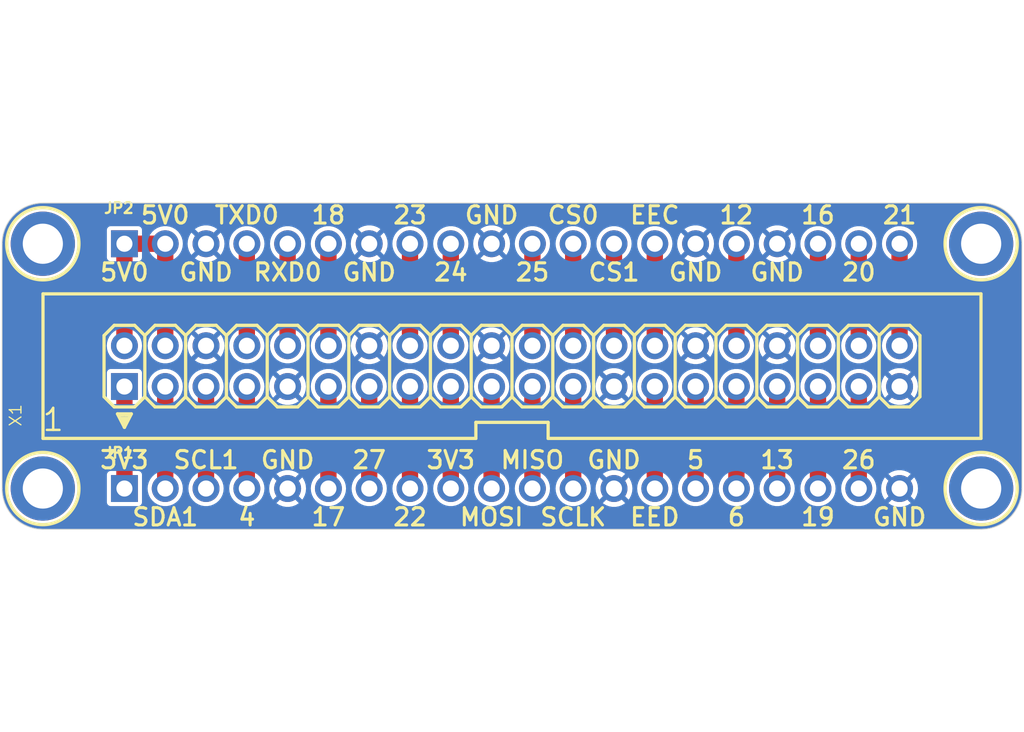
<source format=kicad_pcb>
(kicad_pcb (version 20221018) (generator pcbnew)
  (layers (0 "F.Cu" signal) (31 "B.Cu" signal) (34 "B.Paste" user) (35 "F.Paste" user) (36 "B.SilkS" user "B.Silkscreen") (37 "F.SilkS" user "F.Silkscreen") (38 "B.Mask" user) (39 "F.Mask" user) (44 "Edge.Cuts" user))
  (net 0 "")
  (net 1 "N$1")
  (net 2 "N$4")
  (net 3 "N$5")
  (net 4 "N$6")
  (net 5 "N$8")
  (net 6 "N$9")
  (net 7 "N$11")
  (net 8 "N$12")
  (net 9 "N$13")
  (net 10 "N$14")
  (net 11 "N$16")
  (net 12 "N$18")
  (net 13 "N$19")
  (net 14 "N$20")
  (net 15 "N$21")
  (net 16 "N$22")
  (net 17 "N$23")
  (net 18 "N$24")
  (net 19 "N$26")
  (net 20 "N$27")
  (net 21 "N$28")
  (net 22 "N$29")
  (net 23 "N$30")
  (net 24 "N$31")
  (net 25 "N$32")
  (net 26 "N$34")
  (net 27 "N$35")
  (net 28 "N$36")
  (net 29 "N$37")
  (net 30 "N$38")
  (net 31 "N$39")
  (net 32 "GND")
  (footprint "working:1X20_ROUND" (layer "F.Cu") (at 148.5011 112.6236)
    (fp_text reference "JP1" (at -25.4762 -1.8288) (layer "F.SilkS") (effects (font (size 0.666496 0.666496) (thickness 0.146304)) (justify left bottom)))
    (fp_text value "")
    (pad "1" thru_hole rect (at -24.13 0 90) (size 1.6764 1.6764) (drill 1) (layers "*.Cu" "*.Mask") (net 15 "N$21"))
    (pad "2" thru_hole circle (at -21.59 0 90) (size 1.6764 1.6764) (drill 1) (layers "*.Cu" "*.Mask") (net 16 "N$22"))
    (pad "3" thru_hole circle (at -19.05 0 90) (size 1.6764 1.6764) (drill 1) (layers "*.Cu" "*.Mask") (net 17 "N$23"))
    (pad "4" thru_hole circle (at -16.51 0 90) (size 1.6764 1.6764) (drill 1) (layers "*.Cu" "*.Mask") (net 18 "N$24"))
    (pad "5" thru_hole circle (at -13.97 0 90) (size 1.6764 1.6764) (drill 1) (layers "*.Cu" "*.Mask") (net 32 "GND"))
    (pad "6" thru_hole circle (at -11.43 0 90) (size 1.6764 1.6764) (drill 1) (layers "*.Cu" "*.Mask") (net 19 "N$26"))
    (pad "7" thru_hole circle (at -8.89 0 90) (size 1.6764 1.6764) (drill 1) (layers "*.Cu" "*.Mask") (net 20 "N$27"))
    (pad "8" thru_hole circle (at -6.35 0 90) (size 1.6764 1.6764) (drill 1) (layers "*.Cu" "*.Mask") (net 21 "N$28"))
    (pad "9" thru_hole circle (at -3.81 0 90) (size 1.6764 1.6764) (drill 1) (layers "*.Cu" "*.Mask") (net 22 "N$29"))
    (pad "10" thru_hole circle (at -1.27 0 90) (size 1.6764 1.6764) (drill 1) (layers "*.Cu" "*.Mask") (net 23 "N$30"))
    (pad "11" thru_hole circle (at 1.27 0 90) (size 1.6764 1.6764) (drill 1) (layers "*.Cu" "*.Mask") (net 24 "N$31"))
    (pad "12" thru_hole circle (at 3.81 0 90) (size 1.6764 1.6764) (drill 1) (layers "*.Cu" "*.Mask") (net 25 "N$32"))
    (pad "13" thru_hole circle (at 6.35 0 90) (size 1.6764 1.6764) (drill 1) (layers "*.Cu" "*.Mask") (net 32 "GND"))
    (pad "14" thru_hole circle (at 8.89 0 90) (size 1.6764 1.6764) (drill 1) (layers "*.Cu" "*.Mask") (net 26 "N$34"))
    (pad "15" thru_hole circle (at 11.43 0 90) (size 1.6764 1.6764) (drill 1) (layers "*.Cu" "*.Mask") (net 27 "N$35"))
    (pad "16" thru_hole circle (at 13.97 0 90) (size 1.6764 1.6764) (drill 1) (layers "*.Cu" "*.Mask") (net 28 "N$36"))
    (pad "17" thru_hole circle (at 16.51 0 90) (size 1.6764 1.6764) (drill 1) (layers "*.Cu" "*.Mask") (net 29 "N$37"))
    (pad "18" thru_hole circle (at 19.05 0 90) (size 1.6764 1.6764) (drill 1) (layers "*.Cu" "*.Mask") (net 30 "N$38"))
    (pad "19" thru_hole circle (at 21.59 0 90) (size 1.6764 1.6764) (drill 1) (layers "*.Cu" "*.Mask") (net 31 "N$39"))
    (pad "20" thru_hole circle (at 24.13 0 90) (size 1.6764 1.6764) (drill 1) (layers "*.Cu" "*.Mask") (net 32 "GND"))
  )
  (footprint "working:MOUNTINGHOLE_2.5_PLATED_THICK" (layer "F.Cu") (at 119.2911 112.6236)
    (fp_text reference "U$3" hide)
    (fp_text value "MOUNTINGHOLE2.5_THICK" hide)
    (fp_circle (center 0 0) (end 2.25 0) (stroke (width 0.2032)) (fill none) (layer "F.SilkS"))
    (pad "P$1" thru_hole circle (at 0 0) (size 4 4) (drill 2.5) (layers "*.Cu" "*.Mask"))
    (zone (net 0) (net_name "") (layer "B.Cu") (connect_pads (clearance 0)) (min_thickness 0.25)
      (keepout (tracks not_allowed) (vias not_allowed) (pads not_allowed) (copperpour not_allowed) (footprints allowed))
      (fill (thermal_gap 0.5) (thermal_bridge_width 0.5))
      (polygon (pts (xy 121.5571 112.6236) (xy 121.536882 112.321572) (xy 121.476587 112.024933) (xy 121.377293 111.738978) (xy 121.24077 111.468809) (xy 121.069455 111.219247) (xy 120.866406 110.994746) (xy 120.635245 110.799311) (xy 120.380098 110.636431) (xy 120.105518 110.509013) (xy 119.816404 110.419329) (xy 119.517917 110.36898) (xy 119.215382 110.358865) (xy 118.914198 110.389165) (xy 118.61974 110.459338) (xy 118.337262 110.568132) (xy 118.071805 110.713606) (xy 117.828107 110.893164) (xy 117.610516 111.103602) (xy 117.422915 111.341164) (xy 117.268652 111.601611) (xy 117.15048 111.880296) (xy 117.070507 112.172245) (xy 117.03016 112.472248) (xy 117.03016 112.774952) (xy 117.070507 113.074955) (xy 117.15048 113.366904) (xy 117.268652 113.645589) (xy 117.422915 113.906036) (xy 117.610516 114.143598) (xy 117.828107 114.354036) (xy 118.071805 114.533594) (xy 118.337262 114.679068) (xy 118.61974 114.787862) (xy 118.914198 114.858035) (xy 119.215382 114.888335) (xy 119.517917 114.87822) (xy 119.816404 114.827871) (xy 120.105518 114.738187) (xy 120.380098 114.610769) (xy 120.635245 114.447889) (xy 120.866406 114.252454) (xy 121.069455 114.027953) (xy 121.24077 113.778391) (xy 121.377293 113.508222) (xy 121.476587 113.222267) (xy 121.536882 112.925628)))
      (polygon (pts (xy 119.5251 112.6236) (xy 119.50487 112.528424) (xy 119.447677 112.449704) (xy 119.36341 112.401053) (xy 119.26664 112.390882) (xy 119.1741 112.42095) (xy 119.10179 112.486058) (xy 119.062213 112.574949) (xy 119.062213 112.672251) (xy 119.10179 112.761142) (xy 119.1741 112.82625) (xy 119.26664 112.856318) (xy 119.36341 112.846147) (xy 119.447677 112.797496) (xy 119.50487 112.718776)))
    )
  )
  (footprint "working:MOUNTINGHOLE_2.5_PLATED_THICK" (layer "F.Cu") (at 119.2911 97.3836)
    (fp_text reference "U$1" hide)
    (fp_text value "MOUNTINGHOLE2.5_THICK" hide)
    (fp_circle (center 0 0) (end 2.25 0) (stroke (width 0.2032)) (fill none) (layer "F.SilkS"))
    (pad "P$1" thru_hole circle (at 0 0) (size 4 4) (drill 2.5) (layers "*.Cu" "*.Mask"))
    (zone (net 0) (net_name "") (layer "B.Cu") (connect_pads (clearance 0)) (min_thickness 0.25)
      (keepout (tracks not_allowed) (vias not_allowed) (pads not_allowed) (copperpour not_allowed) (footprints allowed))
      (fill (thermal_gap 0.5) (thermal_bridge_width 0.5))
      (polygon (pts (xy 121.5571 97.3836) (xy 121.536882 97.081572) (xy 121.476587 96.784933) (xy 121.377293 96.498978) (xy 121.24077 96.228809) (xy 121.069455 95.979247) (xy 120.866406 95.754746) (xy 120.635245 95.559311) (xy 120.380098 95.396431) (xy 120.105518 95.269013) (xy 119.816404 95.179329) (xy 119.517917 95.12898) (xy 119.215382 95.118865) (xy 118.914198 95.149165) (xy 118.61974 95.219338) (xy 118.337262 95.328132) (xy 118.071805 95.473606) (xy 117.828107 95.653164) (xy 117.610516 95.863602) (xy 117.422915 96.101164) (xy 117.268652 96.361611) (xy 117.15048 96.640296) (xy 117.070507 96.932245) (xy 117.03016 97.232248) (xy 117.03016 97.534952) (xy 117.070507 97.834955) (xy 117.15048 98.126904) (xy 117.268652 98.405589) (xy 117.422915 98.666036) (xy 117.610516 98.903598) (xy 117.828107 99.114036) (xy 118.071805 99.293594) (xy 118.337262 99.439068) (xy 118.61974 99.547862) (xy 118.914198 99.618035) (xy 119.215382 99.648335) (xy 119.517917 99.63822) (xy 119.816404 99.587871) (xy 120.105518 99.498187) (xy 120.380098 99.370769) (xy 120.635245 99.207889) (xy 120.866406 99.012454) (xy 121.069455 98.787953) (xy 121.24077 98.538391) (xy 121.377293 98.268222) (xy 121.476587 97.982267) (xy 121.536882 97.685628)))
      (polygon (pts (xy 119.5251 97.3836) (xy 119.50487 97.288424) (xy 119.447677 97.209704) (xy 119.36341 97.161053) (xy 119.26664 97.150882) (xy 119.1741 97.18095) (xy 119.10179 97.246058) (xy 119.062213 97.334949) (xy 119.062213 97.432251) (xy 119.10179 97.521142) (xy 119.1741 97.58625) (xy 119.26664 97.616318) (xy 119.36341 97.606147) (xy 119.447677 97.557496) (xy 119.50487 97.478776)))
    )
  )
  (footprint "working:MOUNTINGHOLE_2.5_PLATED_THICK" (layer "F.Cu") (at 177.7111 112.6236)
    (fp_text reference "U$4" hide)
    (fp_text value "MOUNTINGHOLE2.5_THICK" hide)
    (fp_circle (center 0 0) (end 2.25 0) (stroke (width 0.2032)) (fill none) (layer "F.SilkS"))
    (pad "P$1" thru_hole circle (at 0 0) (size 4 4) (drill 2.5) (layers "*.Cu" "*.Mask"))
    (zone (net 0) (net_name "") (layer "B.Cu") (connect_pads (clearance 0)) (min_thickness 0.25)
      (keepout (tracks not_allowed) (vias not_allowed) (pads not_allowed) (copperpour not_allowed) (footprints allowed))
      (fill (thermal_gap 0.5) (thermal_bridge_width 0.5))
      (polygon (pts (xy 179.9771 112.6236) (xy 179.956882 112.321572) (xy 179.896587 112.024933) (xy 179.797293 111.738978) (xy 179.66077 111.468809) (xy 179.489455 111.219247) (xy 179.286406 110.994746) (xy 179.055245 110.799311) (xy 178.800098 110.636431) (xy 178.525518 110.509013) (xy 178.236404 110.419329) (xy 177.937917 110.36898) (xy 177.635382 110.358865) (xy 177.334198 110.389165) (xy 177.03974 110.459338) (xy 176.757262 110.568132) (xy 176.491805 110.713606) (xy 176.248107 110.893164) (xy 176.030516 111.103602) (xy 175.842915 111.341164) (xy 175.688652 111.601611) (xy 175.57048 111.880296) (xy 175.490507 112.172245) (xy 175.45016 112.472248) (xy 175.45016 112.774952) (xy 175.490507 113.074955) (xy 175.57048 113.366904) (xy 175.688652 113.645589) (xy 175.842915 113.906036) (xy 176.030516 114.143598) (xy 176.248107 114.354036) (xy 176.491805 114.533594) (xy 176.757262 114.679068) (xy 177.03974 114.787862) (xy 177.334198 114.858035) (xy 177.635382 114.888335) (xy 177.937917 114.87822) (xy 178.236404 114.827871) (xy 178.525518 114.738187) (xy 178.800098 114.610769) (xy 179.055245 114.447889) (xy 179.286406 114.252454) (xy 179.489455 114.027953) (xy 179.66077 113.778391) (xy 179.797293 113.508222) (xy 179.896587 113.222267) (xy 179.956882 112.925628)))
      (polygon (pts (xy 177.9451 112.6236) (xy 177.92487 112.528424) (xy 177.867677 112.449704) (xy 177.78341 112.401053) (xy 177.68664 112.390882) (xy 177.5941 112.42095) (xy 177.52179 112.486058) (xy 177.482213 112.574949) (xy 177.482213 112.672251) (xy 177.52179 112.761142) (xy 177.5941 112.82625) (xy 177.68664 112.856318) (xy 177.78341 112.846147) (xy 177.867677 112.797496) (xy 177.92487 112.718776)))
    )
  )
  (footprint "working:RASPBERRYPI_B+_IDC" (layer "F.Cu") (at 148.5011 105.0036 90)
    (fp_text reference "X1" (at -3.81 -30.48 90) (layer "F.SilkS") (effects (font (size 0.73152 0.73152) (thickness 0.08128)) (justify left bottom)))
    (fp_text value "")
    (fp_text user "1" (at -2.54 -27.813 180) (layer "F.SilkS") (effects (font (size 1.3716 1.3716) (thickness 0.1524)) (justify right top)))
    (fp_line (start -4.5 -29.2) (end -4.5 -2.25) (stroke (width 0.2032)) (layer "F.SilkS"))
    (fp_line (start -4.5 -2.25) (end -3.5 -2.25) (stroke (width 0.2032)) (layer "F.SilkS"))
    (fp_line (start -4.5 2.25) (end -4.5 29.2) (stroke (width 0.2032)) (layer "F.SilkS"))
    (fp_line (start -3.81 -24.13) (end -3.556 -24.13) (stroke (width 0.2032)) (layer "F.SilkS"))
    (fp_line (start -3.81 -24.13) (end -2.9718 -24.5618) (stroke (width 0.2032)) (layer "F.SilkS"))
    (fp_line (start -3.5 -2.25) (end -3.5 2.25) (stroke (width 0.2032)) (layer "F.SilkS"))
    (fp_line (start -3.5 2.25) (end -4.5 2.25) (stroke (width 0.2032)) (layer "F.SilkS"))
    (fp_line (start -2.9718 -24.5618) (end -2.9718 -23.6982) (stroke (width 0.2032)) (layer "F.SilkS"))
    (fp_line (start -2.9718 -23.6982) (end -3.81 -24.13) (stroke (width 0.2032)) (layer "F.SilkS"))
    (fp_line (start -2.54 -24.765) (end -2.54 -23.495) (stroke (width 0.2032)) (layer "F.SilkS"))
    (fp_line (start -2.54 -23.495) (end -1.905 -22.86) (stroke (width 0.2032)) (layer "F.SilkS"))
    (fp_line (start -2.54 -22.225) (end -2.54 -20.955) (stroke (width 0.2032)) (layer "F.SilkS"))
    (fp_line (start -2.54 -20.955) (end -1.905 -20.32) (stroke (width 0.2032)) (layer "F.SilkS"))
    (fp_line (start -2.54 -19.685) (end -2.54 -18.415) (stroke (width 0.2032)) (layer "F.SilkS"))
    (fp_line (start -2.54 -18.415) (end -1.905 -17.78) (stroke (width 0.2032)) (layer "F.SilkS"))
    (fp_line (start -2.54 -17.145) (end -2.54 -15.875) (stroke (width 0.2032)) (layer "F.SilkS"))
    (fp_line (start -2.54 -15.875) (end -1.905 -15.24) (stroke (width 0.2032)) (layer "F.SilkS"))
    (fp_line (start -2.54 -14.605) (end -2.54 -13.335) (stroke (width 0.2032)) (layer "F.SilkS"))
    (fp_line (start -2.54 -13.335) (end -1.905 -12.7) (stroke (width 0.2032)) (layer "F.SilkS"))
    (fp_line (start -2.54 -12.065) (end -2.54 -10.795) (stroke (width 0.2032)) (layer "F.SilkS"))
    (fp_line (start -2.54 -10.795) (end -1.905 -10.16) (stroke (width 0.2032)) (layer "F.SilkS"))
    (fp_line (start -2.54 -8.255) (end -2.54 -9.525) (stroke (width 0.2032)) (layer "F.SilkS"))
    (fp_line (start -2.54 -5.715) (end -2.54 -6.985) (stroke (width 0.2032)) (layer "F.SilkS"))
    (fp_line (start -2.54 -3.175) (end -2.54 -4.445) (stroke (width 0.2032)) (layer "F.SilkS"))
    (fp_line (start -2.54 -0.635) (end -2.54 -1.905) (stroke (width 0.2032)) (layer "F.SilkS"))
    (fp_line (start -2.54 1.905) (end -2.54 0.635) (stroke (width 0.2032)) (layer "F.SilkS"))
    (fp_line (start -2.54 4.445) (end -2.54 3.175) (stroke (width 0.2032)) (layer "F.SilkS"))
    (fp_line (start -2.54 6.985) (end -2.54 5.715) (stroke (width 0.2032)) (layer "F.SilkS"))
    (fp_line (start -2.54 9.525) (end -2.54 8.255) (stroke (width 0.2032)) (layer "F.SilkS"))
    (fp_line (start -2.54 12.065) (end -2.54 10.795) (stroke (width 0.2032)) (layer "F.SilkS"))
    (fp_line (start -2.54 14.605) (end -2.54 13.335) (stroke (width 0.2032)) (layer "F.SilkS"))
    (fp_line (start -2.54 17.145) (end -2.54 15.875) (stroke (width 0.2032)) (layer "F.SilkS"))
    (fp_line (start -2.54 19.685) (end -2.54 18.415) (stroke (width 0.2032)) (layer "F.SilkS"))
    (fp_line (start -2.54 22.225) (end -2.54 20.955) (stroke (width 0.2032)) (layer "F.SilkS"))
    (fp_line (start -2.54 24.765) (end -2.54 23.495) (stroke (width 0.2032)) (layer "F.SilkS"))
    (fp_line (start -1.905 -25.4) (end -2.54 -24.765) (stroke (width 0.2032)) (layer "F.SilkS"))
    (fp_line (start -1.905 -25.4) (end 1.905 -25.4) (stroke (width 0.2032)) (layer "F.SilkS"))
    (fp_line (start -1.905 -22.86) (end -2.54 -22.225) (stroke (width 0.2032)) (layer "F.SilkS"))
    (fp_line (start -1.905 -20.32) (end -2.54 -19.685) (stroke (width 0.2032)) (layer "F.SilkS"))
    (fp_line (start -1.905 -17.78) (end -2.54 -17.145) (stroke (width 0.2032)) (layer "F.SilkS"))
    (fp_line (start -1.905 -15.24) (end -2.54 -14.605) (stroke (width 0.2032)) (layer "F.SilkS"))
    (fp_line (start -1.905 -12.7) (end -2.54 -12.065) (stroke (width 0.2032)) (layer "F.SilkS"))
    (fp_line (start -1.905 -10.16) (end -2.54 -9.525) (stroke (width 0.2032)) (layer "F.SilkS"))
    (fp_line (start -1.905 -7.62) (end -2.54 -8.255) (stroke (width 0.2032)) (layer "F.SilkS"))
    (fp_line (start -1.905 -7.62) (end -2.54 -6.985) (stroke (width 0.2032)) (layer "F.SilkS"))
    (fp_line (start -1.905 -5.08) (end -2.54 -5.715) (stroke (width 0.2032)) (layer "F.SilkS"))
    (fp_line (start -1.905 -5.08) (end -2.54 -4.445) (stroke (width 0.2032)) (layer "F.SilkS"))
    (fp_line (start -1.905 -2.54) (end -2.54 -3.175) (stroke (width 0.2032)) (layer "F.SilkS"))
    (fp_line (start -1.905 -2.54) (end -2.54 -1.905) (stroke (width 0.2032)) (layer "F.SilkS"))
    (fp_line (start -1.905 0) (end -2.54 -0.635) (stroke (width 0.2032)) (layer "F.SilkS"))
    (fp_line (start -1.905 0) (end -2.54 0.635) (stroke (width 0.2032)) (layer "F.SilkS"))
    (fp_line (start -1.905 2.54) (end -2.54 1.905) (stroke (width 0.2032)) (layer "F.SilkS"))
    (fp_line (start -1.905 2.54) (end -2.54 3.175) (stroke (width 0.2032)) (layer "F.SilkS"))
    (fp_line (start -1.905 5.08) (end -2.54 4.445) (stroke (width 0.2032)) (layer "F.SilkS"))
    (fp_line (start -1.905 5.08) (end -2.54 5.715) (stroke (width 0.2032)) (layer "F.SilkS"))
    (fp_line (start -1.905 7.62) (end -2.54 6.985) (stroke (width 0.2032)) (layer "F.SilkS"))
    (fp_line (start -1.905 7.62) (end -2.54 8.255) (stroke (width 0.2032)) (layer "F.SilkS"))
    (fp_line (start -1.905 10.16) (end -2.54 9.525) (stroke (width 0.2032)) (layer "F.SilkS"))
    (fp_line (start -1.905 10.16) (end -2.54 10.795) (stroke (width 0.2032)) (layer "F.SilkS"))
    (fp_line (start -1.905 12.7) (end -2.54 12.065) (stroke (width 0.2032)) (layer "F.SilkS"))
    (fp_line (start -1.905 12.7) (end -2.54 13.335) (stroke (width 0.2032)) (layer "F.SilkS"))
    (fp_line (start -1.905 15.24) (end -2.54 14.605) (stroke (width 0.2032)) (layer "F.SilkS"))
    (fp_line (start -1.905 15.24) (end -2.54 15.875) (stroke (width 0.2032)) (layer "F.SilkS"))
    (fp_line (start -1.905 17.78) (end -2.54 17.145) (stroke (width 0.2032)) (layer "F.SilkS"))
    (fp_line (start -1.905 17.78) (end -2.54 18.415) (stroke (width 0.2032)) (layer "F.SilkS"))
    (fp_line (start -1.905 20.32) (end -2.54 19.685) (stroke (width 0.2032)) (layer "F.SilkS"))
    (fp_line (start -1.905 20.32) (end -2.54 20.955) (stroke (width 0.2032)) (layer "F.SilkS"))
    (fp_line (start -1.905 22.86) (end -2.54 22.225) (stroke (width 0.2032)) (layer "F.SilkS"))
    (fp_line (start -1.905 22.86) (end -2.54 23.495) (stroke (width 0.2032)) (layer "F.SilkS"))
    (fp_line (start -1.905 25.4) (end -2.54 24.765) (stroke (width 0.2032)) (layer "F.SilkS"))
    (fp_line (start 1.905 -25.4) (end 2.54 -24.765) (stroke (width 0.2032)) (layer "F.SilkS"))
    (fp_line (start 1.905 -22.86) (end -1.905 -22.86) (stroke (width 0.2032)) (layer "F.SilkS"))
    (fp_line (start 1.905 -22.86) (end 2.54 -22.225) (stroke (width 0.2032)) (layer "F.SilkS"))
    (fp_line (start 1.905 -20.32) (end -1.905 -20.32) (stroke (width 0.2032)) (layer "F.SilkS"))
    (fp_line (start 1.905 -20.32) (end 2.54 -19.685) (stroke (width 0.2032)) (layer "F.SilkS"))
    (fp_line (start 1.905 -17.78) (end -1.905 -17.78) (stroke (width 0.2032)) (layer "F.SilkS"))
    (fp_line (start 1.905 -17.78) (end 2.54 -17.145) (stroke (width 0.2032)) (layer "F.SilkS"))
    (fp_line (start 1.905 -15.24) (end -1.905 -15.24) (stroke (width 0.2032)) (layer "F.SilkS"))
    (fp_line (start 1.905 -15.24) (end 2.54 -14.605) (stroke (width 0.2032)) (layer "F.SilkS"))
    (fp_line (start 1.905 -12.7) (end -1.905 -12.7) (stroke (width 0.2032)) (layer "F.SilkS"))
    (fp_line (start 1.905 -12.7) (end 2.54 -12.065) (stroke (width 0.2032)) (layer "F.SilkS"))
    (fp_line (start 1.905 -10.16) (end -1.905 -10.16) (stroke (width 0.2032)) (layer "F.SilkS"))
    (fp_line (start 1.905 -10.16) (end 2.54 -9.525) (stroke (width 0.2032)) (layer "F.SilkS"))
    (fp_line (start 1.905 -7.62) (end -1.905 -7.62) (stroke (width 0.2032)) (layer "F.SilkS"))
    (fp_line (start 1.905 -7.62) (end 2.54 -6.985) (stroke (width 0.2032)) (layer "F.SilkS"))
    (fp_line (start 1.905 -5.08) (end -1.905 -5.08) (stroke (width 0.2032)) (layer "F.SilkS"))
    (fp_line (start 1.905 -5.08) (end 2.54 -4.445) (stroke (width 0.2032)) (layer "F.SilkS"))
    (fp_line (start 1.905 -2.54) (end -1.905 -2.54) (stroke (width 0.2032)) (layer "F.SilkS"))
    (fp_line (start 1.905 -2.54) (end 2.54 -1.905) (stroke (width 0.2032)) (layer "F.SilkS"))
    (fp_line (start 1.905 0) (end -1.905 0) (stroke (width 0.2032)) (layer "F.SilkS"))
    (fp_line (start 1.905 0) (end 2.54 0.635) (stroke (width 0.2032)) (layer "F.SilkS"))
    (fp_line (start 1.905 2.54) (end -1.905 2.54) (stroke (width 0.2032)) (layer "F.SilkS"))
    (fp_line (start 1.905 2.54) (end 2.54 3.175) (stroke (width 0.2032)) (layer "F.SilkS"))
    (fp_line (start 1.905 5.08) (end -1.905 5.08) (stroke (width 0.2032)) (layer "F.SilkS"))
    (fp_line (start 1.905 5.08) (end 2.54 4.445) (stroke (width 0.2032)) (layer "F.SilkS"))
    (fp_line (start 1.905 5.08) (end 2.54 5.715) (stroke (width 0.2032)) (layer "F.SilkS"))
    (fp_line (start 1.905 7.62) (end -1.905 7.62) (stroke (width 0.2032)) (layer "F.SilkS"))
    (fp_line (start 1.905 7.62) (end 2.54 8.255) (stroke (width 0.2032)) (layer "F.SilkS"))
    (fp_line (start 1.905 10.16) (end -1.905 10.16) (stroke (width 0.2032)) (layer "F.SilkS"))
    (fp_line (start 1.905 10.16) (end 2.54 10.795) (stroke (width 0.2032)) (layer "F.SilkS"))
    (fp_line (start 1.905 12.7) (end -1.905 12.7) (stroke (width 0.2032)) (layer "F.SilkS"))
    (fp_line (start 1.905 12.7) (end 2.54 13.335) (stroke (width 0.2032)) (layer "F.SilkS"))
    (fp_line (start 1.905 15.24) (end -1.905 15.24) (stroke (width 0.2032)) (layer "F.SilkS"))
    (fp_line (start 1.905 15.24) (end 2.54 15.875) (stroke (width 0.2032)) (layer "F.SilkS"))
    (fp_line (start 1.905 17.78) (end -1.905 17.78) (stroke (width 0.2032)) (layer "F.SilkS"))
    (fp_line (start 1.905 17.78) (end 2.54 18.415) (stroke (width 0.2032)) (layer "F.SilkS"))
    (fp_line (start 1.905 20.32) (end -1.905 20.32) (stroke (width 0.2032)) (layer "F.SilkS"))
    (fp_line (start 1.905 20.32) (end 2.54 20.955) (stroke (width 0.2032)) (layer "F.SilkS"))
    (fp_line (start 1.905 22.86) (end -1.905 22.86) (stroke (width 0.2032)) (layer "F.SilkS"))
    (fp_line (start 1.905 22.86) (end 2.54 23.495) (stroke (width 0.2032)) (layer "F.SilkS"))
    (fp_line (start 1.905 25.4) (end -1.905 25.4) (stroke (width 0.2032)) (layer "F.SilkS"))
    (fp_line (start 2.54 -24.765) (end 2.54 -23.495) (stroke (width 0.2032)) (layer "F.SilkS"))
    (fp_line (start 2.54 -23.495) (end 1.905 -22.86) (stroke (width 0.2032)) (layer "F.SilkS"))
    (fp_line (start 2.54 -22.225) (end 2.54 -20.955) (stroke (width 0.2032)) (layer "F.SilkS"))
    (fp_line (start 2.54 -20.955) (end 1.905 -20.32) (stroke (width 0.2032)) (layer "F.SilkS"))
    (fp_line (start 2.54 -19.685) (end 2.54 -18.415) (stroke (width 0.2032)) (layer "F.SilkS"))
    (fp_line (start 2.54 -18.415) (end 1.905 -17.78) (stroke (width 0.2032)) (layer "F.SilkS"))
    (fp_line (start 2.54 -17.145) (end 2.54 -15.875) (stroke (width 0.2032)) (layer "F.SilkS"))
    (fp_line (start 2.54 -15.875) (end 1.905 -15.24) (stroke (width 0.2032)) (layer "F.SilkS"))
    (fp_line (start 2.54 -14.605) (end 2.54 -13.335) (stroke (width 0.2032)) (layer "F.SilkS"))
    (fp_line (start 2.54 -13.335) (end 1.905 -12.7) (stroke (width 0.2032)) (layer "F.SilkS"))
    (fp_line (start 2.54 -12.065) (end 2.54 -10.795) (stroke (width 0.2032)) (layer "F.SilkS"))
    (fp_line (start 2.54 -10.795) (end 1.905 -10.16) (stroke (width 0.2032)) (layer "F.SilkS"))
    (fp_line (start 2.54 -9.525) (end 2.54 -8.255) (stroke (width 0.2032)) (layer "F.SilkS"))
    (fp_line (start 2.54 -8.255) (end 1.905 -7.62) (stroke (width 0.2032)) (layer "F.SilkS"))
    (fp_line (start 2.54 -6.985) (end 2.54 -5.715) (stroke (width 0.2032)) (layer "F.SilkS"))
    (fp_line (start 2.54 -5.715) (end 1.905 -5.08) (stroke (width 0.2032)) (layer "F.SilkS"))
    (fp_line (start 2.54 -4.445) (end 2.54 -3.175) (stroke (width 0.2032)) (layer "F.SilkS"))
    (fp_line (start 2.54 -3.175) (end 1.905 -2.54) (stroke (width 0.2032)) (layer "F.SilkS"))
    (fp_line (start 2.54 -1.905) (end 2.54 -0.635) (stroke (width 0.2032)) (layer "F.SilkS"))
    (fp_line (start 2.54 -0.635) (end 1.905 0) (stroke (width 0.2032)) (layer "F.SilkS"))
    (fp_line (start 2.54 0.635) (end 2.54 1.905) (stroke (width 0.2032)) (layer "F.SilkS"))
    (fp_line (start 2.54 1.905) (end 1.905 2.54) (stroke (width 0.2032)) (layer "F.SilkS"))
    (fp_line (start 2.54 3.175) (end 2.54 4.445) (stroke (width 0.2032)) (layer "F.SilkS"))
    (fp_line (start 2.54 6.985) (end 1.905 7.62) (stroke (width 0.2032)) (layer "F.SilkS"))
    (fp_line (start 2.54 6.985) (end 2.54 5.715) (stroke (width 0.2032)) (layer "F.SilkS"))
    (fp_line (start 2.54 9.525) (end 1.905 10.16) (stroke (width 0.2032)) (layer "F.SilkS"))
    (fp_line (start 2.54 9.525) (end 2.54 8.255) (stroke (width 0.2032)) (layer "F.SilkS"))
    (fp_line (start 2.54 12.065) (end 1.905 12.7) (stroke (width 0.2032)) (layer "F.SilkS"))
    (fp_line (start 2.54 12.065) (end 2.54 10.795) (stroke (width 0.2032)) (layer "F.SilkS"))
    (fp_line (start 2.54 14.605) (end 1.905 15.24) (stroke (width 0.2032)) (layer "F.SilkS"))
    (fp_line (start 2.54 14.605) (end 2.54 13.335) (stroke (width 0.2032)) (layer "F.SilkS"))
    (fp_line (start 2.54 17.145) (end 1.905 17.78) (stroke (width 0.2032)) (layer "F.SilkS"))
    (fp_line (start 2.54 17.145) (end 2.54 15.875) (stroke (width 0.2032)) (layer "F.SilkS"))
    (fp_line (start 2.54 19.685) (end 1.905 20.32) (stroke (width 0.2032)) (layer "F.SilkS"))
    (fp_line (start 2.54 19.685) (end 2.54 18.415) (stroke (width 0.2032)) (layer "F.SilkS"))
    (fp_line (start 2.54 22.225) (end 1.905 22.86) (stroke (width 0.2032)) (layer "F.SilkS"))
    (fp_line (start 2.54 22.225) (end 2.54 20.955) (stroke (width 0.2032)) (layer "F.SilkS"))
    (fp_line (start 2.54 24.765) (end 1.905 25.4) (stroke (width 0.2032)) (layer "F.SilkS"))
    (fp_line (start 2.54 24.765) (end 2.54 23.495) (stroke (width 0.2032)) (layer "F.SilkS"))
    (fp_line (start 4.5 -29.2) (end -4.5 -29.2) (stroke (width 0.2032)) (layer "F.SilkS"))
    (fp_line (start 4.5 29.2) (end -4.5 29.2) (stroke (width 0.2032)) (layer "F.SilkS"))
    (fp_line (start 4.5 29.2) (end 4.5 -29.2) (stroke (width 0.2032)) (layer "F.SilkS"))
    (fp_poly (pts (xy -3.6068 -24.257) (xy -3.6068 -24.003) (xy -3.3528 -24.003) (xy -3.3528 -24.257)) (fill solid) (layer "F.SilkS"))
    (fp_poly (pts (xy -3.4036 -24.384) (xy -3.4036 -23.876) (xy -3.1496 -23.876) (xy -3.1496 -24.384)) (fill solid) (layer "F.SilkS"))
    (fp_poly (pts (xy -3.1496 -24.511) (xy -3.1496 -24.13) (xy -3.0226 -24.13) (xy -3.0226 -24.511)) (fill solid) (layer "F.SilkS"))
    (fp_poly (pts (xy -3.1496 -24.13) (xy -3.1496 -23.749) (xy -3.0226 -23.749) (xy -3.0226 -24.13)) (fill solid) (layer "F.SilkS"))
    (pad "1" thru_hole rect (at -1.27 -24.13) (size 1.6764 1.6764) (drill 1) (layers "*.Cu" "*.Mask") (net 15 "N$21"))
    (pad "2" thru_hole circle (at 1.27 -24.13) (size 1.6764 1.6764) (drill 1) (layers "*.Cu" "*.Mask") (net 1 "N$1"))
    (pad "3" thru_hole circle (at -1.27 -21.59) (size 1.6764 1.6764) (drill 1) (layers "*.Cu" "*.Mask") (net 16 "N$22"))
    (pad "4" thru_hole circle (at 1.27 -21.59) (size 1.6764 1.6764) (drill 1) (layers "*.Cu" "*.Mask") (net 1 "N$1"))
    (pad "5" thru_hole circle (at -1.27 -19.05) (size 1.6764 1.6764) (drill 1) (layers "*.Cu" "*.Mask") (net 17 "N$23"))
    (pad "6" thru_hole circle (at 1.27 -19.05) (size 1.6764 1.6764) (drill 1) (layers "*.Cu" "*.Mask") (net 32 "GND"))
    (pad "7" thru_hole circle (at -1.27 -16.51) (size 1.6764 1.6764) (drill 1) (layers "*.Cu" "*.Mask") (net 18 "N$24"))
    (pad "8" thru_hole circle (at 1.27 -16.51) (size 1.6764 1.6764) (drill 1) (layers "*.Cu" "*.Mask") (net 2 "N$4"))
    (pad "9" thru_hole circle (at -1.27 -13.97) (size 1.6764 1.6764) (drill 1) (layers "*.Cu" "*.Mask") (net 32 "GND"))
    (pad "10" thru_hole circle (at 1.27 -13.97) (size 1.6764 1.6764) (drill 1) (layers "*.Cu" "*.Mask") (net 3 "N$5"))
    (pad "11" thru_hole circle (at -1.27 -11.43) (size 1.6764 1.6764) (drill 1) (layers "*.Cu" "*.Mask") (net 19 "N$26"))
    (pad "12" thru_hole circle (at 1.27 -11.43) (size 1.6764 1.6764) (drill 1) (layers "*.Cu" "*.Mask") (net 4 "N$6"))
    (pad "13" thru_hole circle (at -1.27 -8.89) (size 1.6764 1.6764) (drill 1) (layers "*.Cu" "*.Mask") (net 20 "N$27"))
    (pad "14" thru_hole circle (at 1.27 -8.89) (size 1.6764 1.6764) (drill 1) (layers "*.Cu" "*.Mask") (net 32 "GND"))
    (pad "15" thru_hole circle (at -1.27 -6.35) (size 1.6764 1.6764) (drill 1) (layers "*.Cu" "*.Mask") (net 21 "N$28"))
    (pad "16" thru_hole circle (at 1.27 -6.35) (size 1.6764 1.6764) (drill 1) (layers "*.Cu" "*.Mask") (net 5 "N$8"))
    (pad "17" thru_hole circle (at -1.27 -3.81) (size 1.6764 1.6764) (drill 1) (layers "*.Cu" "*.Mask") (net 22 "N$29"))
    (pad "18" thru_hole circle (at 1.27 -3.81) (size 1.6764 1.6764) (drill 1) (layers "*.Cu" "*.Mask") (net 6 "N$9"))
    (pad "19" thru_hole circle (at -1.27 -1.27) (size 1.6764 1.6764) (drill 1) (layers "*.Cu" "*.Mask") (net 23 "N$30"))
    (pad "20" thru_hole circle (at 1.27 -1.27) (size 1.6764 1.6764) (drill 1) (layers "*.Cu" "*.Mask") (net 32 "GND"))
    (pad "21" thru_hole circle (at -1.27 1.27) (size 1.6764 1.6764) (drill 1) (layers "*.Cu" "*.Mask") (net 24 "N$31"))
    (pad "22" thru_hole circle (at 1.27 1.27) (size 1.6764 1.6764) (drill 1) (layers "*.Cu" "*.Mask") (net 7 "N$11"))
    (pad "23" thru_hole circle (at -1.27 3.81) (size 1.6764 1.6764) (drill 1) (layers "*.Cu" "*.Mask") (net 25 "N$32"))
    (pad "24" thru_hole circle (at 1.27 3.81) (size 1.6764 1.6764) (drill 1) (layers "*.Cu" "*.Mask") (net 8 "N$12"))
    (pad "25" thru_hole circle (at -1.27 6.35) (size 1.6764 1.6764) (drill 1) (layers "*.Cu" "*.Mask") (net 32 "GND"))
    (pad "26" thru_hole circle (at 1.27 6.35) (size 1.6764 1.6764) (drill 1) (layers "*.Cu" "*.Mask") (net 9 "N$13"))
    (pad "27" thru_hole circle (at -1.27 8.89) (size 1.6764 1.6764) (drill 1) (layers "*.Cu" "*.Mask") (net 26 "N$34"))
    (pad "28" thru_hole circle (at 1.27 8.89) (size 1.6764 1.6764) (drill 1) (layers "*.Cu" "*.Mask") (net 10 "N$14"))
    (pad "29" thru_hole circle (at -1.27 11.43) (size 1.6764 1.6764) (drill 1) (layers "*.Cu" "*.Mask") (net 27 "N$35"))
    (pad "30" thru_hole circle (at 1.27 11.43) (size 1.6764 1.6764) (drill 1) (layers "*.Cu" "*.Mask") (net 32 "GND"))
    (pad "31" thru_hole circle (at -1.27 13.97) (size 1.6764 1.6764) (drill 1) (layers "*.Cu" "*.Mask") (net 28 "N$36"))
    (pad "32" thru_hole circle (at 1.27 13.97) (size 1.6764 1.6764) (drill 1) (layers "*.Cu" "*.Mask") (net 11 "N$16"))
    (pad "33" thru_hole circle (at -1.27 16.51) (size 1.6764 1.6764) (drill 1) (layers "*.Cu" "*.Mask") (net 29 "N$37"))
    (pad "34" thru_hole circle (at 1.27 16.51) (size 1.6764 1.6764) (drill 1) (layers "*.Cu" "*.Mask") (net 32 "GND"))
    (pad "35" thru_hole circle (at -1.27 19.05) (size 1.6764 1.6764) (drill 1) (layers "*.Cu" "*.Mask") (net 30 "N$38"))
    (pad "36" thru_hole circle (at 1.27 19.05) (size 1.6764 1.6764) (drill 1) (layers "*.Cu" "*.Mask") (net 12 "N$18"))
    (pad "37" thru_hole circle (at -1.27 21.59) (size 1.6764 1.6764) (drill 1) (layers "*.Cu" "*.Mask") (net 31 "N$39"))
    (pad "38" thru_hole circle (at 1.27 21.59) (size 1.6764 1.6764) (drill 1) (layers "*.Cu" "*.Mask") (net 13 "N$19"))
    (pad "39" thru_hole circle (at -1.27 24.13) (size 1.6764 1.6764) (drill 1) (layers "*.Cu" "*.Mask") (net 32 "GND"))
    (pad "40" thru_hole circle (at 1.27 24.13) (size 1.6764 1.6764) (drill 1) (layers "*.Cu" "*.Mask") (net 14 "N$20"))
  )
  (footprint "working:1X20_ROUND" (layer "F.Cu") (at 148.5011 97.3836)
    (fp_text reference "JP2" (at -25.4762 -1.8288) (layer "F.SilkS") (effects (font (size 0.666496 0.666496) (thickness 0.146304)) (justify left bottom)))
    (fp_text value "")
    (pad "1" thru_hole rect (at -24.13 0 90) (size 1.6764 1.6764) (drill 1) (layers "*.Cu" "*.Mask") (net 1 "N$1"))
    (pad "2" thru_hole circle (at -21.59 0 90) (size 1.6764 1.6764) (drill 1) (layers "*.Cu" "*.Mask") (net 1 "N$1"))
    (pad "3" thru_hole circle (at -19.05 0 90) (size 1.6764 1.6764) (drill 1) (layers "*.Cu" "*.Mask") (net 32 "GND"))
    (pad "4" thru_hole circle (at -16.51 0 90) (size 1.6764 1.6764) (drill 1) (layers "*.Cu" "*.Mask") (net 2 "N$4"))
    (pad "5" thru_hole circle (at -13.97 0 90) (size 1.6764 1.6764) (drill 1) (layers "*.Cu" "*.Mask") (net 3 "N$5"))
    (pad "6" thru_hole circle (at -11.43 0 90) (size 1.6764 1.6764) (drill 1) (layers "*.Cu" "*.Mask") (net 4 "N$6"))
    (pad "7" thru_hole circle (at -8.89 0 90) (size 1.6764 1.6764) (drill 1) (layers "*.Cu" "*.Mask") (net 32 "GND"))
    (pad "8" thru_hole circle (at -6.35 0 90) (size 1.6764 1.6764) (drill 1) (layers "*.Cu" "*.Mask") (net 5 "N$8"))
    (pad "9" thru_hole circle (at -3.81 0 90) (size 1.6764 1.6764) (drill 1) (layers "*.Cu" "*.Mask") (net 6 "N$9"))
    (pad "10" thru_hole circle (at -1.27 0 90) (size 1.6764 1.6764) (drill 1) (layers "*.Cu" "*.Mask") (net 32 "GND"))
    (pad "11" thru_hole circle (at 1.27 0 90) (size 1.6764 1.6764) (drill 1) (layers "*.Cu" "*.Mask") (net 7 "N$11"))
    (pad "12" thru_hole circle (at 3.81 0 90) (size 1.6764 1.6764) (drill 1) (layers "*.Cu" "*.Mask") (net 8 "N$12"))
    (pad "13" thru_hole circle (at 6.35 0 90) (size 1.6764 1.6764) (drill 1) (layers "*.Cu" "*.Mask") (net 9 "N$13"))
    (pad "14" thru_hole circle (at 8.89 0 90) (size 1.6764 1.6764) (drill 1) (layers "*.Cu" "*.Mask") (net 10 "N$14"))
    (pad "15" thru_hole circle (at 11.43 0 90) (size 1.6764 1.6764) (drill 1) (layers "*.Cu" "*.Mask") (net 32 "GND"))
    (pad "16" thru_hole circle (at 13.97 0 90) (size 1.6764 1.6764) (drill 1) (layers "*.Cu" "*.Mask") (net 11 "N$16"))
    (pad "17" thru_hole circle (at 16.51 0 90) (size 1.6764 1.6764) (drill 1) (layers "*.Cu" "*.Mask") (net 32 "GND"))
    (pad "18" thru_hole circle (at 19.05 0 90) (size 1.6764 1.6764) (drill 1) (layers "*.Cu" "*.Mask") (net 12 "N$18"))
    (pad "19" thru_hole circle (at 21.59 0 90) (size 1.6764 1.6764) (drill 1) (layers "*.Cu" "*.Mask") (net 13 "N$19"))
    (pad "20" thru_hole circle (at 24.13 0 90) (size 1.6764 1.6764) (drill 1) (layers "*.Cu" "*.Mask") (net 14 "N$20"))
  )
  (footprint "working:MOUNTINGHOLE_2.5_PLATED_THICK" (layer "F.Cu") (at 177.7111 97.3836)
    (fp_text reference "U$2" hide)
    (fp_text value "MOUNTINGHOLE2.5_THICK" hide)
    (fp_circle (center 0 0) (end 2.25 0) (stroke (width 0.2032)) (fill none) (layer "F.SilkS"))
    (pad "P$1" thru_hole circle (at 0 0) (size 4 4) (drill 2.5) (layers "*.Cu" "*.Mask"))
    (zone (net 0) (net_name "") (layer "B.Cu") (connect_pads (clearance 0)) (min_thickness 0.25)
      (keepout (tracks not_allowed) (vias not_allowed) (pads not_allowed) (copperpour not_allowed) (footprints allowed))
      (fill (thermal_gap 0.5) (thermal_bridge_width 0.5))
      (polygon (pts (xy 179.9771 97.3836) (xy 179.956882 97.081572) (xy 179.896587 96.784933) (xy 179.797293 96.498978) (xy 179.66077 96.228809) (xy 179.489455 95.979247) (xy 179.286406 95.754746) (xy 179.055245 95.559311) (xy 178.800098 95.396431) (xy 178.525518 95.269013) (xy 178.236404 95.179329) (xy 177.937917 95.12898) (xy 177.635382 95.118865) (xy 177.334198 95.149165) (xy 177.03974 95.219338) (xy 176.757262 95.328132) (xy 176.491805 95.473606) (xy 176.248107 95.653164) (xy 176.030516 95.863602) (xy 175.842915 96.101164) (xy 175.688652 96.361611) (xy 175.57048 96.640296) (xy 175.490507 96.932245) (xy 175.45016 97.232248) (xy 175.45016 97.534952) (xy 175.490507 97.834955) (xy 175.57048 98.126904) (xy 175.688652 98.405589) (xy 175.842915 98.666036) (xy 176.030516 98.903598) (xy 176.248107 99.114036) (xy 176.491805 99.293594) (xy 176.757262 99.439068) (xy 177.03974 99.547862) (xy 177.334198 99.618035) (xy 177.635382 99.648335) (xy 177.937917 99.63822) (xy 178.236404 99.587871) (xy 178.525518 99.498187) (xy 178.800098 99.370769) (xy 179.055245 99.207889) (xy 179.286406 99.012454) (xy 179.489455 98.787953) (xy 179.66077 98.538391) (xy 179.797293 98.268222) (xy 179.896587 97.982267) (xy 179.956882 97.685628)))
      (polygon (pts (xy 177.9451 97.3836) (xy 177.92487 97.288424) (xy 177.867677 97.209704) (xy 177.78341 97.161053) (xy 177.68664 97.150882) (xy 177.5941 97.18095) (xy 177.52179 97.246058) (xy 177.482213 97.334949) (xy 177.482213 97.432251) (xy 177.52179 97.521142) (xy 177.5941 97.58625) (xy 177.68664 97.616318) (xy 177.78341 97.606147) (xy 177.867677 97.557496) (xy 177.92487 97.478776)))
    )
  )
  (gr_arc (start 116.7511 97.3836) (mid 117.495049 95.587549) (end 119.2911 94.8436) (stroke (width 0.05)) (layer "Edge.Cuts"))
  (gr_line (start 119.2911 94.8436) (end 177.7111 94.8436) (stroke (width 0.05)) (layer "Edge.Cuts"))
  (gr_line (start 116.7511 112.6236) (end 116.7511 97.3836) (stroke (width 0.05)) (layer "Edge.Cuts"))
  (gr_line (start 177.7111 115.1636) (end 119.2911 115.1636) (stroke (width 0.05)) (layer "Edge.Cuts"))
  (gr_arc (start 180.2511 112.6236) (mid 179.507151 114.419651) (end 177.7111 115.1636) (stroke (width 0.05)) (layer "Edge.Cuts"))
  (gr_arc (start 119.2911 115.1636) (mid 117.495049 114.419651) (end 116.7511 112.6236) (stroke (width 0.05)) (layer "Edge.Cuts"))
  (gr_arc (start 177.7111 94.8436) (mid 179.507151 95.587549) (end 180.2511 97.3836) (stroke (width 0.05)) (layer "Edge.Cuts"))
  (gr_line (start 180.2511 97.3836) (end 180.2511 112.6236) (stroke (width 0.05)) (layer "Edge.Cuts"))
  (gr_text "17" (at 137.0711 114.4016) (layer "F.SilkS") (effects (font (size 1.0795 1.0795) (thickness 0.1905))))
  (gr_text "3V3" (at 124.3711 110.8456) (layer "F.SilkS") (effects (font (size 1.0795 1.0795) (thickness 0.1905))))
  (gr_text "5" (at 159.9311 110.8456) (layer "F.SilkS") (effects (font (size 1.0795 1.0795) (thickness 0.1905))))
  (gr_text "22" (at 142.1511 114.4016) (layer "F.SilkS") (effects (font (size 1.0795 1.0795) (thickness 0.1905))))
  (gr_text "CS1" (at 154.8511 99.1616) (layer "F.SilkS") (effects (font (size 1.0795 1.0795) (thickness 0.1905))))
  (gr_text "RXD0" (at 134.5311 99.1616) (layer "F.SilkS") (effects (font (size 1.0795 1.0795) (thickness 0.1905))))
  (gr_text "GND" (at 154.8511 110.8456) (layer "F.SilkS") (effects (font (size 1.0795 1.0795) (thickness 0.1905))))
  (gr_text "27" (at 139.6111 110.8456) (layer "F.SilkS") (effects (font (size 1.0795 1.0795) (thickness 0.1905))))
  (gr_text "EED" (at 157.3911 114.4016) (layer "F.SilkS") (effects (font (size 1.0795 1.0795) (thickness 0.1905))))
  (gr_text "MISO" (at 149.7711 110.8456) (layer "F.SilkS") (effects (font (size 1.0795 1.0795) (thickness 0.1905))))
  (gr_text "12" (at 162.4711 95.6056) (layer "F.SilkS") (effects (font (size 1.0795 1.0795) (thickness 0.1905))))
  (gr_text "GND" (at 172.6311 114.4016) (layer "F.SilkS") (effects (font (size 1.0795 1.0795) (thickness 0.1905))))
  (gr_text "MOSI" (at 147.2311 114.4016) (layer "F.SilkS") (effects (font (size 1.0795 1.0795) (thickness 0.1905))))
  (gr_text "TXD0" (at 131.9911 95.6056) (layer "F.SilkS") (effects (font (size 1.0795 1.0795) (thickness 0.1905))))
  (gr_text "SCLK" (at 152.3111 114.4016) (layer "F.SilkS") (effects (font (size 1.0795 1.0795) (thickness 0.1905))))
  (gr_text "20" (at 170.0911 99.1616) (layer "F.SilkS") (effects (font (size 1.0795 1.0795) (thickness 0.1905))))
  (gr_text "6" (at 162.4711 114.4016) (layer "F.SilkS") (effects (font (size 1.0795 1.0795) (thickness 0.1905))))
  (gr_text "16" (at 167.5511 95.6056) (layer "F.SilkS") (effects (font (size 1.0795 1.0795) (thickness 0.1905))))
  (gr_text "5V0" (at 124.3711 99.1616) (layer "F.SilkS") (effects (font (size 1.0795 1.0795) (thickness 0.1905))))
  (gr_text "3V3" (at 144.6911 110.8456) (layer "F.SilkS") (effects (font (size 1.0795 1.0795) (thickness 0.1905))))
  (gr_text "SCL1" (at 129.4511 110.8456) (layer "F.SilkS") (effects (font (size 1.0795 1.0795) (thickness 0.1905))))
  (gr_text "GND" (at 129.4511 99.1616) (layer "F.SilkS") (effects (font (size 1.0795 1.0795) (thickness 0.1905))))
  (gr_text "13" (at 165.0111 110.8456) (layer "F.SilkS") (effects (font (size 1.0795 1.0795) (thickness 0.1905))))
  (gr_text "25" (at 149.7711 99.1616) (layer "F.SilkS") (effects (font (size 1.0795 1.0795) (thickness 0.1905))))
  (gr_text "GND" (at 147.2311 95.6056) (layer "F.SilkS") (effects (font (size 1.0795 1.0795) (thickness 0.1905))))
  (gr_text "CS0" (at 152.3111 95.6056) (layer "F.SilkS") (effects (font (size 1.0795 1.0795) (thickness 0.1905))))
  (gr_text "19" (at 167.5511 114.4016) (layer "F.SilkS") (effects (font (size 1.0795 1.0795) (thickness 0.1905))))
  (gr_text "23" (at 142.1511 95.6056) (layer "F.SilkS") (effects (font (size 1.0795 1.0795) (thickness 0.1905))))
  (gr_text "18" (at 137.0711 95.6056) (layer "F.SilkS") (effects (font (size 1.0795 1.0795) (thickness 0.1905))))
  (gr_text "GND" (at 165.0111 99.1616) (layer "F.SilkS") (effects (font (size 1.0795 1.0795) (thickness 0.1905))))
  (gr_text "24" (at 144.6911 99.1616) (layer "F.SilkS") (effects (font (size 1.0795 1.0795) (thickness 0.1905))))
  (gr_text "26" (at 170.0911 110.8456) (layer "F.SilkS") (effects (font (size 1.0795 1.0795) (thickness 0.1905))))
  (gr_text "GND" (at 139.6111 99.1616) (layer "F.SilkS") (effects (font (size 1.0795 1.0795) (thickness 0.1905))))
  (gr_text "4" (at 131.9911 114.4016) (layer "F.SilkS") (effects (font (size 1.0795 1.0795) (thickness 0.1905))))
  (gr_text "5V0" (at 126.9111 95.6056) (layer "F.SilkS") (effects (font (size 1.0795 1.0795) (thickness 0.1905))))
  (gr_text "GND" (at 159.9311 99.1616) (layer "F.SilkS") (effects (font (size 1.0795 1.0795) (thickness 0.1905))))
  (gr_text "SDA1" (at 126.9111 114.4016) (layer "F.SilkS") (effects (font (size 1.0795 1.0795) (thickness 0.1905))))
  (gr_text "21" (at 172.6311 95.6056) (layer "F.SilkS") (effects (font (size 1.0795 1.0795) (thickness 0.1905))))
  (gr_text "EEC" (at 157.3911 95.6056) (layer "F.SilkS") (effects (font (size 1.0795 1.0795) (thickness 0.1905))))
  (gr_text "GND" (at 134.5311 110.8456) (layer "F.SilkS") (effects (font (size 1.0795 1.0795) (thickness 0.1905))))
  (segment (start 124.3711 97.3836) (end 126.9111 97.3836) (width 1.016) (layer "F.Cu") (net 1))
  (segment (start 126.9111 103.7336) (end 126.9111 97.3836) (width 1.016) (layer "F.Cu") (net 1))
  (segment (start 124.3711 103.7336) (end 124.3711 97.3836) (width 1.016) (layer "F.Cu") (net 1))
  (segment (start 131.9911 103.7336) (end 131.9911 97.3836) (width 1.016) (layer "F.Cu") (net 2))
  (segment (start 134.5311 103.7336) (end 134.5311 97.3836) (width 1.016) (layer "F.Cu") (net 3))
  (segment (start 137.0711 103.7336) (end 137.0711 97.3836) (width 1.016) (layer "F.Cu") (net 4))
  (segment (start 142.1511 103.7336) (end 142.1511 97.3836) (width 1.016) (layer "F.Cu") (net 5))
  (segment (start 144.6911 103.7336) (end 144.6911 97.3836) (width 1.016) (layer "F.Cu") (net 6))
  (segment (start 149.7711 103.7336) (end 149.7711 97.3836) (width 1.016) (layer "F.Cu") (net 7))
  (segment (start 152.3111 103.7336) (end 152.3111 97.3836) (width 1.016) (layer "F.Cu") (net 8))
  (segment (start 154.8511 103.7336) (end 154.8511 97.3836) (width 1.016) (layer "F.Cu") (net 9))
  (segment (start 157.3911 103.7336) (end 157.3911 97.3836) (width 1.016) (layer "F.Cu") (net 10))
  (segment (start 162.4711 103.7336) (end 162.4711 97.3836) (width 1.016) (layer "F.Cu") (net 11))
  (segment (start 167.5511 103.7336) (end 167.5511 97.3836) (width 1.016) (layer "F.Cu") (net 12))
  (segment (start 170.0911 103.7336) (end 170.0911 97.3836) (width 1.016) (layer "F.Cu") (net 13))
  (segment (start 172.6311 103.7336) (end 172.6311 97.3836) (width 1.016) (layer "F.Cu") (net 14))
  (segment (start 124.3711 106.2736) (end 124.3711 112.6236) (width 1.016) (layer "F.Cu") (net 15))
  (segment (start 126.9111 106.2736) (end 126.9111 112.6236) (width 1.016) (layer "F.Cu") (net 16))
  (segment (start 129.4511 106.2736) (end 129.4511 112.6236) (width 1.016) (layer "F.Cu") (net 17))
  (segment (start 131.9911 106.2736) (end 131.9911 112.6236) (width 1.016) (layer "F.Cu") (net 18))
  (segment (start 137.0711 106.2736) (end 137.0711 112.6236) (width 1.016) (layer "F.Cu") (net 19))
  (segment (start 139.6111 106.2736) (end 139.6111 112.6236) (width 1.016) (layer "F.Cu") (net 20))
  (segment (start 142.1511 106.2736) (end 142.1511 112.6236) (width 1.016) (layer "F.Cu") (net 21))
  (segment (start 144.6911 106.2736) (end 144.6911 112.6236) (width 1.016) (layer "F.Cu") (net 22))
  (segment (start 147.2311 106.2736) (end 147.2311 112.6236) (width 1.016) (layer "F.Cu") (net 23))
  (segment (start 149.7711 106.2736) (end 149.7711 112.6236) (width 1.016) (layer "F.Cu") (net 24))
  (segment (start 152.3111 106.2736) (end 152.3111 112.6236) (width 1.016) (layer "F.Cu") (net 25))
  (segment (start 157.3911 106.2736) (end 157.3911 112.6236) (width 1.016) (layer "F.Cu") (net 26))
  (segment (start 159.9311 106.2736) (end 159.9311 112.6236) (width 1.016) (layer "F.Cu") (net 27))
  (segment (start 162.4711 106.2736) (end 162.4711 112.6236) (width 1.016) (layer "F.Cu") (net 28))
  (segment (start 165.0111 106.2736) (end 165.0111 112.6236) (width 1.016) (layer "F.Cu") (net 29))
  (segment (start 167.5511 106.2736) (end 167.5511 112.6236) (width 1.016) (layer "F.Cu") (net 30))
  (segment (start 170.0911 106.2736) (end 170.0911 112.6236) (width 1.016) (layer "F.Cu") (net 31))
  (zone (net 32) (net_name "GND") (layer "B.Cu") (priority 6) (connect_pads (clearance 0.254)) (min_thickness 0.127) (fill yes (thermal_gap 0.304) (thermal_bridge_width 0.304))
    (polygon (pts (xy 178.032599 94.735815) (xy 178.349411 94.793873) (xy 178.656913 94.889695) (xy 178.950625 95.021884) (xy 179.22626 95.188511) (xy 179.479802 95.387148) (xy 179.707552 95.614898) (xy 179.906189 95.86844) (xy 180.072816 96.144075) (xy 180.205005 96.437787) (xy 180.300827 96.745289) (xy 180.358885 97.062101) (xy 180.3781 97.379763) (xy 180.3781 112.627437) (xy 180.358885 112.945099) (xy 180.300827 113.261911) (xy 180.205005 113.569413) (xy 180.072816 113.863125) (xy 179.906189 114.13876) (xy 179.707552 114.392302) (xy 179.479802 114.620052) (xy 179.22626 114.818689) (xy 178.950625 114.985316) (xy 178.656913 115.117505) (xy 178.349411 115.213327) (xy 178.032599 115.271385) (xy 177.714937 115.2906) (xy 119.287263 115.2906) (xy 118.969601 115.271385) (xy 118.652789 115.213327) (xy 118.345287 115.117505) (xy 118.051575 114.985316) (xy 117.77594 114.818689) (xy 117.522398 114.620052) (xy 117.294648 114.392302) (xy 117.096011 114.13876) (xy 116.929384 113.863125) (xy 116.797195 113.569413) (xy 116.701373 113.261911) (xy 116.643315 112.945099) (xy 116.6241 112.627437) (xy 116.6241 97.379763) (xy 116.643315 97.062101) (xy 116.701373 96.745289) (xy 116.797195 96.437787) (xy 116.929384 96.144075) (xy 117.096011 95.86844) (xy 117.294648 95.614898) (xy 117.522398 95.387148) (xy 117.77594 95.188511) (xy 118.051575 95.021884) (xy 118.345287 94.889695) (xy 118.652789 94.793873) (xy 118.969601 94.735815) (xy 119.287263 94.7166) (xy 177.714937 94.7166)))
  )
)
</source>
